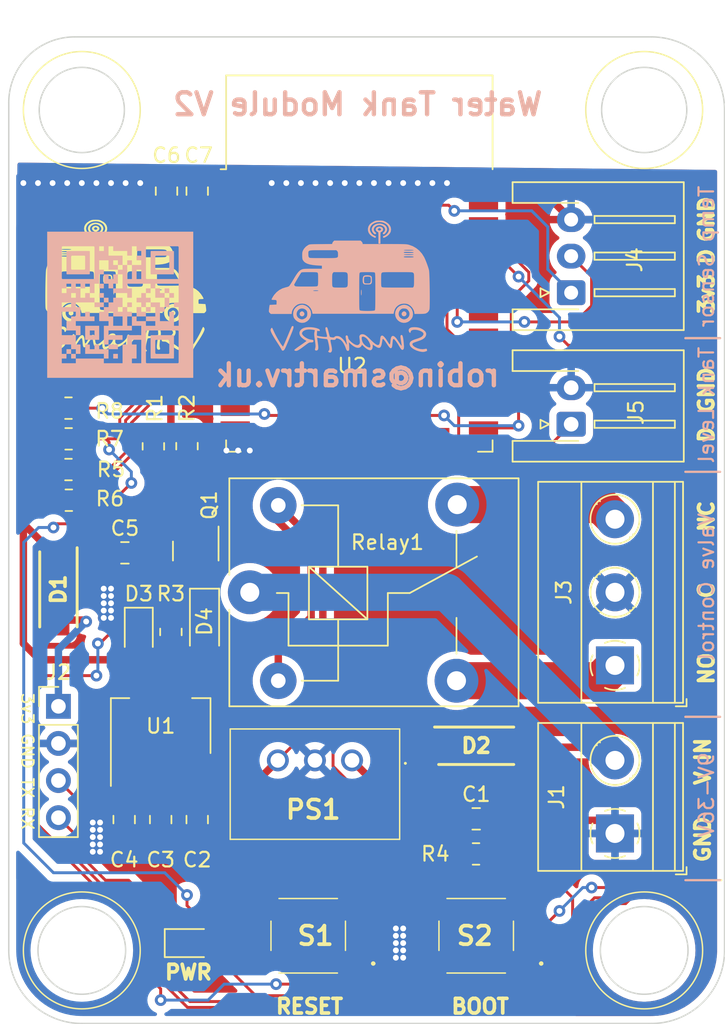
<source format=kicad_pcb>
(kicad_pcb (version 20211014) (generator pcbnew)
  (layers (0 "F.Cu" signal) (31 "B.Cu" signal) (34 "B.Paste" user) (35 "F.Paste" user) (36 "B.SilkS" user "B.Silkscreen") (37 "F.SilkS" user "F.Silkscreen") (38 "B.Mask" user) (39 "F.Mask" user) (44 "Edge.Cuts" user))
  (net 0 "")
  (net 1 "Net-(C1-Pad1)")
  (net 2 "GND")
  (net 3 "+5V")
  (net 4 "VDD33")
  (net 5 "Net-(D1-Pad2)")
  (net 6 "+12V")
  (net 7 "Net-(D3-Pad1)")
  (net 8 "Net-(D3-Pad2)")
  (net 9 "Net-(D4-Pad2)")
  (net 10 "Net-(D5-Pad2)")
  (net 11 "TX-ESP")
  (net 12 "RX-ESP")
  (net 13 "Net-(J3-Pad1)")
  (net 14 "Net-(J3-Pad3)")
  (net 15 "Temp")
  (net 16 "ADC1")
  (net 17 "Net-(Q1-Pad1)")
  (net 18 "Valve")
  (net 19 "Net-(R7-Pad2)")
  (net 20 "Net-(R8-Pad2)")
  (net 52 "Net-(C5-Pad2)")
  (footprint "SamacSys_Parts:K7805500R3" (layer "F.Cu") (at 103.5 99.5 180)
    (fp_text reference "PS1")
    (fp_text value "K7805-500R3" hide)
  )
  (footprint "Resistor_SMD:R_0805_2012Metric" (layer "F.Cu") (at 84.0875 75.4)
    (fp_text reference "R8")
    (fp_text value "10k")
  )
  (footprint "Connector_PinHeader_2.54mm:PinHeader_1x04_P2.54mm_Vertical" (layer "F.Cu") (at 83.4 95.8)
    (fp_text reference "J2")
    (fp_text value "Programming Header")
  )
  (footprint "Capacitor_SMD:C_0805_2012Metric" (layer "F.Cu") (at 87.95 85.3)
    (fp_text reference "C5")
    (fp_text value "1uF")
  )
  (footprint "TerminalBlock_Phoenix:TerminalBlock_Phoenix_MKDS-1,5-2_1x02_P5.00mm_Horizontal" (layer "F.Cu") (at 121.5 104.5 90)
    (fp_text reference "J1")
    (fp_text value "12v in")
  )
  (footprint "Capacitor_SMD:C_0805_2012Metric" (layer "F.Cu") (at 90.8 60.55 90)
    (fp_text reference "C6")
    (fp_text value "10uF")
  )
  (footprint "logos:smartrv" (layer "F.Cu") (at 88.2 67)
    (fp_text reference "G***" hide)
    (fp_text value "LOGO" hide)
  )
  (footprint "SamacSys_Parts:TS1187ABAB" (layer "F.Cu") (at 112 111.5 180)
    (fp_text reference "S2")
    (fp_text value "TS-1187A-B-A-B" hide)
  )
  (footprint "Capacitor_SMD:C_0805_2012Metric" (layer "F.Cu") (at 92.9 103.55 -90)
    (fp_text reference "C2")
    (fp_text value "22uF")
  )
  (footprint "Capacitor_SMD:C_0805_2012Metric" (layer "F.Cu") (at 112 103.5)
    (fp_text reference "C1")
    (fp_text value "10uF")
  )
  (footprint "SamacSys_Parts:TS1187ABAB" (layer "F.Cu") (at 100.5 111.5 180)
    (fp_text reference "S1")
    (fp_text value "TS-1187A-B-A-B" hide)
  )
  (footprint "Resistor_SMD:R_0805_2012Metric" (layer "F.Cu") (at 92.2 78 -90)
    (fp_text reference "R2")
    (fp_text value "470")
  )
  (footprint "Resistor_SMD:R_0805_2012Metric" (layer "F.Cu") (at 111.9875 105.9)
    (fp_text reference "R4")
    (fp_text value "2k")
  )
  (footprint "LED_SMD:LED_0805_2012Metric" (layer "F.Cu") (at 92.3625 112)
    (fp_text reference "D5" hide)
    (fp_text value "Red LED")
  )
  (footprint "Diode_SMD:D_SOD-123" (layer "F.Cu") (at 93.4 90 -90)
    (fp_text reference "D4")
    (fp_text value "1N4148W")
  )
  (footprint "Relay_THT:Relay_SPDT_SANYOU_SRD_Series_Form_C" (layer "F.Cu") (at 96.5 88)
    (fp_text reference "Relay1")
    (fp_text value "Relay")
  )
  (footprint "TerminalBlock_Phoenix:TerminalBlock_Phoenix_MKDS-1,5-3_1x03_P5.00mm_Horizontal" (layer "F.Cu") (at 121.5 93 90)
    (fp_text reference "J3")
    (fp_text value "Valve Terminal")
  )
  (footprint "Resistor_SMD:R_0805_2012Metric" (layer "F.Cu") (at 84.1125 81.7)
    (fp_text reference "R6")
    (fp_text value "4.7k")
  )
  (footprint "Resistor_SMD:R_0805_2012Metric" (layer "F.Cu") (at 91.1 90.7125 -90)
    (fp_text reference "R3")
    (fp_text value "2k")
  )
  (footprint "Resistor_SMD:R_0805_2012Metric" (layer "F.Cu") (at 84.0875 79.6)
    (fp_text reference "R5")
    (fp_text value "470")
  )
  (footprint "Capacitor_SMD:C_0805_2012Metric" (layer "F.Cu") (at 92.9 60.55 90)
    (fp_text reference "C7")
    (fp_text value "0.1uF")
  )
  (footprint "Resistor_SMD:R_0805_2012Metric" (layer "F.Cu") (at 84.1 77.5)
    (fp_text reference "R7")
    (fp_text value "10k")
  )
  (footprint "RF_Module:ESP32-WROOM-32" (layer "F.Cu") (at 104 68.5)
    (fp_text reference "U2")
    (fp_text value "ESP32-WROOM-32D")
  )
  (footprint "Capacitor_SMD:C_0805_2012Metric" (layer "F.Cu") (at 87.9 103.55 -90)
    (fp_text reference "C4")
    (fp_text value "22uF")
  )
  (footprint "SamacSys_Parts:DIOM5126X250N" (layer "F.Cu") (at 83.4 87.8 -90)
    (fp_text reference "D1")
    (fp_text value "SS14" hide)
  )
  (footprint "Resistor_SMD:R_0805_2012Metric" (layer "F.Cu") (at 89.9 78.0125 90)
    (fp_text reference "R1")
    (fp_text value "47k")
  )
  (footprint "SamacSys_Parts:DIOM5126X250N" (layer "F.Cu") (at 112 98.5)
    (fp_text reference "D2")
    (fp_text value "SS14" hide)
  )
  (footprint "Connector_JST:JST_XH_S3B-XH-A-1_1x03_P2.50mm_Horizontal" (layer "F.Cu") (at 118.5 67.5 90)
    (fp_text reference "J4")
    (fp_text value "Temp Sensor")
  )
  (footprint "LED_SMD:LED_0805_2012Metric" (layer "F.Cu") (at 88.9 90.7375 -90)
    (fp_text reference "D3")
    (fp_text value "Red LED")
  )
  (footprint "Capacitor_SMD:C_0805_2012Metric" (layer "F.Cu") (at 90.4 103.55 -90)
    (fp_text reference "C3")
    (fp_text value "22uF")
  )
  (footprint "Package_TO_SOT_SMD:SOT-23" (layer "F.Cu") (at 92.8 85.175 -90)
    (fp_text reference "Q1")
    (fp_text value "AO3400A")
  )
  (footprint "Package_TO_SOT_SMD:SOT-223-3_TabPin2" (layer "F.Cu") (at 90.4 97.15 90)
    (fp_text reference "U1")
    (fp_text value "AMS1117-3.3")
  )
  (footprint "Connector_JST:JST_XH_S2B-XH-A-1_1x02_P2.50mm_Horizontal" (layer "F.Cu") (at 118.5 76.5 90)
    (fp_text reference "J5")
    (fp_text value "Water Level Sensor")
  )
  (footprint "logos:qr water" (layer "B.Cu") (at 87.63 68.326 180)
    (fp_text reference "G***" hide)
    (fp_text value "LOGO" hide)
  )
  (footprint "logos:smartrv" (layer "B.Cu") (at 103.124 67.056 180)
    (fp_text reference "G***" hide)
    (fp_text value "LOGO" hide)
  )
  (gr_line (start 126.319 79.756) (end 128.697 79.756) (layer "B.SilkS") (width 0.15))
  (gr_line (start 126.319 107.696) (end 128.697 107.696) (layer "B.SilkS") (width 0.15))
  (gr_line (start 126.319 96.52) (end 128.697 96.52) (layer "B.SilkS") (width 0.15))
  (gr_line (start 126.319 70.612) (end 128.697 70.612) (layer "B.SilkS") (width 0.15))
  (gr_line (start 126.319 70.612) (end 128.697 70.612) (layer "F.SilkS") (width 0.15))
  (gr_circle (center 85 112.5) (end 89 112.5) (layer "F.SilkS") (width 0.1) (fill none))
  (gr_circle (center 123.5 55) (end 127.5 55) (layer "F.SilkS") (width 0.1) (fill none))
  (gr_line (start 126.319 96.52) (end 128.697 96.52) (layer "F.SilkS") (width 0.15))
  (gr_circle (center 85 55) (end 89 55) (layer "F.SilkS") (width 0.1) (fill none))
  (gr_line (start 126.319 79.756) (end 128.697 79.756) (layer "F.SilkS") (width 0.15))
  (gr_line (start 126.4 107.696) (end 128.778 107.696) (layer "F.SilkS") (width 0.15))
  (gr_circle (center 123.5 112.5) (end 127.5 112.5) (layer "F.SilkS") (width 0.1) (fill none))
  (gr_circle (center 123.5 55) (end 126 56.5) (layer "Edge.Cuts") (width 0.1) (fill none))
  (gr_line (start 80 112.5) (end 80 54.5) (layer "Edge.Cuts") (width 0.1))
  (gr_arc (start 124 50) (mid 127.535534 51.464466) (end 129 55) (layer "Edge.Cuts") (width 0.1))
  (gr_arc (start 129 112.5) (mid 127.535534 116.035534) (end 124 117.5) (layer "Edge.Cuts") (width 0.1))
  (gr_line (start 84.5 50) (end 124 50) (layer "Edge.Cuts") (width 0.1))
  (gr_circle (center 85 55) (end 87.5 56.5) (layer "Edge.Cuts") (width 0.1) (fill none))
  (gr_arc (start 85 117.5) (mid 81.464466 116.035534) (end 80 112.5) (layer "Edge.Cuts") (width 0.1))
  (gr_circle (center 85 112.5) (end 88 112.5) (layer "Edge.Cuts") (width 0.1) (fill none))
  (gr_line (start 129 55) (end 129 112.5) (layer "Edge.Cuts") (width 0.1))
  (gr_line (start 124 117.5) (end 85 117.5) (layer "Edge.Cuts") (width 0.1))
  (gr_circle (center 123.5 112.5) (end 126.5 112.5) (layer "Edge.Cuts") (width 0.1) (fill none))
  (gr_arc (start 80 54.5) (mid 81.318019 51.318019) (end 84.5 50) (layer "Edge.Cuts") (width 0.1))
  (gr_text "Tank Level" (at 127.762 75.184 90) (layer "B.SilkS") (effects (font (size 1 1)) (justify mirror)))
  (gr_text "9V-36V" (at 127.762 101.854 90) (layer "B.SilkS") (effects (font (size 1 1)) (justify mirror)))
  (gr_text "Valve Control\n" (at 127.762 87.63 90) (layer "B.SilkS") (effects (font (size 1 1)) (justify mirror)))
  (gr_text "Water Tank Module V2" (at 103.886 54.61) (layer "B.SilkS") (effects (font (size 1.5 1.5) (thickness 0.3)) (justify mirror)))
  (gr_text "Temp Sensor" (at 127.762 65.024 90) (layer "B.SilkS") (effects (font (size 1 1)) (justify mirror)))
  (gr_text "robin@smartrv.uk" (at 103.886 73.152) (layer "B.SilkS") (effects (font (size 1.5 1.5) (thickness 0.3)) (justify mirror)))
  (gr_text "GND\n" (at 127.762 74.168 90) (layer "F.SilkS") (effects (font (size 1 1) (thickness 0.25))))
  (gr_text "D" (at 127.762 77.216 90) (layer "F.SilkS") (effects (font (size 1 1) (thickness 0.25))))
  (gr_text "RESET" (at 100.584 116.332) (layer "F.SilkS") (effects (font (size 1 1) (thickness 0.25))))
  (gr_text "V IN" (at 127.508 99.568 90) (layer "F.SilkS") (effects (font (size 1 1) (thickness 0.25))))
  (gr_text "3v3 GND TX RX" (at 81.28 99.568 270) (layer "F.SilkS") (effects (font (size 0.8 0.8) (thickness 0.125))))
  (gr_text "NO\n" (at 127.762 93.218 90) (layer "F.SilkS") (effects (font (size 1 1) (thickness 0.25))))
  (gr_text "D" (at 127.762 65.024 90) (layer "F.SilkS") (effects (font (size 1 1) (thickness 0.25))))
  (gr_text "PWR" (at 92.3 114) (layer "F.SilkS") (effects (font (size 1 1) (thickness 0.25))))
  (gr_text "C" (at 127.762 87.884 90) (layer "F.SilkS") (effects (font (size 1 1) (thickness 0.25))))
  (gr_text "GND\n" (at 127.762 62.484 90) (layer "F.SilkS") (effects (font (size 1 1) (thickness 0.25))))
  (gr_text "3v3\n" (at 127.762 67.564 90) (layer "F.SilkS") (effects (font (size 1 1) (thickness 0.25))))
  (gr_text "GND" (at 127.508 104.902 90) (layer "F.SilkS") (effects (font (size 1 1) (thickness 0.25))))
  (gr_text "BOOT" (at 112.268 116.332) (layer "F.SilkS") (effects (font (size 1 1) (thickness 0.25))))
  (gr_text "NC\n" (at 127.762 82.804 90) (layer "F.SilkS") (effects (font (size 1 1) (thickness 0.25))))
  (segment (start 111.05 103.5) (end 107.5 103.5) (width 0.508) (layer "F.Cu") (net 1))
  (segment (start 110.5 102.95) (end 111.05 103.5) (width 0.508) (layer "F.Cu") (net 1))
  (segment (start 109.9 98.5) (end 110.5 99.1) (width 0.508) (layer "F.Cu") (net 1))
  (segment (start 107.5 103.5) (end 103.5 99.5) (width 0.508) (layer "F.Cu") (net 1))
  (segment (start 110.5 99.1) (end 110.5 102.95) (width 0.508) (layer "F.Cu") (net 1))
  (segment (start 106.5 113) (end 107 113) (width 0.508) (layer "F.Cu") (net 2))
  (segment (start 103 60) (end 104 60) (width 0.2) (layer "F.Cu") (net 2))
  (segment (start 91.5375 84.2375) (end 89.9 82.6) (width 0.508) (layer "F.Cu") (net 2))
  (segment (start 86.5 87.75) (end 86.5 89.75) (width 0.508) (layer "F.Cu") (net 2))
  (segment (start 97.045 77.755) (end 98.285 77.755) (width 0.2) (layer "F.Cu") (net 2))
  (segment (start 85.75 103.75) (end 86.25 103.75) (width 0.508) (layer "F.Cu") (net 2))
  (segment (start 94.855 59.6) (end 95.5 60.245) (width 0.508) (layer "F.Cu") (net 2))
  (segment (start 83.4 98.34) (end 85.86 98.34) (width 0.508) (layer "F.Cu") (net 2))
  (segment (start 91.425 112) (end 91.4 111.975) (width 0.2) (layer "F.Cu") (net 2))
  (segment (start 120.6 103.6) (end 121.5 104.5) (width 0.508) (layer "F.Cu") (net 2))
  (segment (start 106.5 111) (end 106.5 113) (width 0.508) (layer "F.Cu") (net 2))
  (segment (start 94.9 78.3) (end 96.5 78.3) (width 0.2) (layer "F.Cu") (net 2))
  (segment (start 91.4 111.975) (end 91.4 106) (width 0.2) (layer "F.Cu") (net 2))
  (segment (start 86.5 89.75) (end 87 89.75) (width 0.508) (layer "F.Cu") (net 2))
  (segment (start 95.96 104.5) (end 100.96 99.5) (width 0.508) (layer "F.Cu") (net 2))
  (segment (start 89.9 82.3) (end 89.9 78.925) (width 0.508) (layer "F.Cu") (net 2))
  (segment (start 87.9 104.5) (end 86 104.5) (width 0.508) (layer "F.Cu") (net 2))
  (segment (start 85.75 104.75) (end 86.25 104.75) (width 0.508) (layer "F.Cu") (net 2))
  (segment (start 85.86 98.34) (end 86.14 98.34) (width 0.508) (layer "F.Cu") (net 2))
  (segment (start 118.5 62.5) (end 116.245 60.245) (width 0.508) (layer "F.Cu") (net 2))
  (segment (start 116.245 60.245) (end 112.5 60.245) (width 0.508) (layer "F.Cu") (net 2))
  (segment (start 91.85 84.2375) (end 91.5375 84.2375) (width 0.508) (layer "F.Cu") (net 2))
  (segment (start 89 60) (end 90.4 60) (width 0.508) (layer "F.Cu") (net 2))
  (segment (start 89.9 82.6) (end 89.9 82.3) (width 0.508) (layer "F.Cu") (net 2))
  (segment (start 112.255 60) (end 112.5 60.245) (width 0.508) (layer "F.Cu") (net 2))
  (segment (start 87 87.75) (end 87 89.75) (width 0.508) (layer "F.Cu") (net 2))
  (segment (start 106.5 111) (end 107 111) (width 0.508) (layer "F.Cu") (net 2))
  (segment (start 85.75 105.75) (end 86.25 105.75) (width 0.508) (layer "F.Cu") (net 2))
  (segment (start 109 113.375) (end 107.375 113.375) (width 0.508) (layer "F.Cu") (net 2))
  (segment (start 86.5 89.25) (end 87 89.25) (width 0.508) (layer "F.Cu") (net 2))
  (segment (start 107 111) (end 107 113) (width 0.508) (layer "F.Cu") (net 2))
  (segment (start 107.375 113.375) (end 107 113) (width 0.508) (layer "F.Cu") (net 2))
  (segment (start 106.5 111.5) (end 107 111.5) (width 0.508) (layer "F.Cu") (net 2))
  (segment (start 106.5 112.5) (end 107 112.5) (width 0.508) (layer "F.Cu") (net 2))
  (segment (start 92.9 104.5) (end 95.96 104.5) (width 0.508) (layer "F.Cu") (net 2))
  (segment (start 87 83.7) (end 87 85.3) (width 0.508) (layer "F.Cu") (net 2))
  (segment (start 86.14 98.34) (end 88.1 100.3) (width 0.508) (layer "F.Cu") (net 2))
  (segment (start 97.755 60.245) (end 98 60) (width 0.508) (layer "F.Cu") (net 2))
  (segment (start 86.5 88.25) (end 87 88.25) (width 0.508) (layer "F.Cu") (net 2))
  (segment (start 89.9 82.3) (end 88.4 82.3) (width 0.508) (layer "F.Cu") (net 2))
  (segment (start 86 104.5) (end 85.75 104.25) (width 0.508) (layer "F.Cu") (net 2))
  (segment (start 90.4 60) (end 90.8 59.6) (width 0.508) (layer "F.Cu") (net 2))
  (segment (start 86.5 87.75) (end 87 87.75) (width 0.508) (layer "F.Cu") (net 2))
  (segment (start 113.05 103.6) (end 120.6 103.6) (width 0.508) (layer "F.Cu") (net 2))
  (segment (start 85.75 103.75) (end 85.75 105.75) (width 0.508) (layer "F.Cu") (net 2))
  (segment (start 87 85.3) (end 87 88.75) (width 0.508) (layer "F.Cu") (net 2))
  (segment (start 85.75 105.25) (end 86.25 105.25) (width 0.508) (layer "F.Cu") (net 2))
  (segment (start 88.4 82.3) (end 87 83.7) (width 0.508) (layer "F.Cu") (net 2))
  (segment (start 92.9 104.5) (end 87.9 104.5) (width 0.508) (layer "F.Cu") (net 2))
  (segment (start 90.8 59.6) (end 94.855 59.6) (width 0.508) (layer "F.Cu") (net 2))
  (segment (start 106.5 112) (end 107 112) (width 0.508) (layer "F.Cu") (net 2))
  (segment (start 91.4 106) (end 92.9 104.5) (width 0.2) (layer "F.Cu") (net 2))
  (segment (start 110 60) (end 112.255 60) (width 0.508) (layer "F.Cu") (net 2))
  (segment (start 95.5 60.245) (end 97.755 60.245) (width 0.508) (layer "F.Cu") (net 2))
  (segment (start 85.75 104.25) (end 86.25 104.25) (width 0.508) (layer "F.Cu") (net 2))
  (segment (start 98 60) (end 110 60) (width 0.508) (layer "F.Cu") (net 2))
  (segment (start 81 60) (end 89 60) (width 0.508) (layer "F.Cu") (net 2))
  (segment (start 112.95 103.5) (end 113.05 103.6) (width 0.508) (layer "F.Cu") (net 2))
  (segment (start 96.5 78.3) (end 97.045 77.755) (width 0.2) (layer "F.Cu") (net 2))
  (segment (start 86.5 88.75) (end 87 88.75) (width 0.508) (layer "F.Cu") (net 2))
  (segment (start 86.25 103.75) (end 86.25 105.75) (width 0.508) (layer "F.Cu") (net 2))
  (via (at 98 60) (size 0.8) (drill 0.4) (layers "F.Cu" "B.Cu") (net 2))
  (via (at 107 111.5) (size 0.8) (drill 0.4) (layers "F.Cu" "B.Cu") (net 2))
  (via (at 86.25 104.75) (size 0.8) (drill 0.4) (layers "F.Cu" "B.Cu") (net 2))
  (via (at 86.25 105.75) (size 0.8) (drill 0.4) (layers "F.Cu" "B.Cu") (net 2))
  (via (at 100 60) (size 0.8) (drill 0.4) (layers "F.Cu" "B.Cu") (net 2))
  (via (at 99 60) (size 0.8) (drill 0.4) (layers "F.Cu" "B.Cu") (net 2))
  (via (at 110 60) (size 0.8) (drill 0.4) (layers "F.Cu" "B.Cu") (net 2))
  (via (at 86.5 88.75) (size 0.8) (drill 0.4) (layers "F.Cu" "B.Cu") (net 2))
  (via (at 106.5 112.5) (size 0.8) (drill 0.4) (layers "F.Cu" "B.Cu") (net 2))
  (via (at 106 60) (size 0.8) (drill 0.4) (layers "F.Cu" "B.Cu") (net 2))
  (via (at 84 60) (size 0.8) (drill 0.4) (layers "F.Cu" "B.Cu") (net 2))
  (via (at 87 89.25) (size 0.8) (drill 0.4) (layers "F.Cu" "B.Cu") (net 2))
  (via (at 86.25 105.25) (size 0.8) (drill 0.4) (layers "F.Cu" "B.Cu") (net 2))
  (via (at 87 89.75) (size 0.8) (drill 0.4) (layers "F.Cu" "B.Cu") (net 2))
  (via (at 86.5 87.75) (size 0.8) (drill 0.4) (layers "F.Cu" "B.Cu") (net 2))
  (via (at 86 60) (size 0.8) (drill 0.4) (layers "F.Cu" "B.Cu") (net 2))
  (via (at 104 60) (size 0.8) (drill 0.4) (layers "F.Cu" "B.Cu") (net 2))
  (via (at 89 60) (size 0.8) (drill 0.4) (layers "F.Cu" "B.Cu") (net 2))
  (via (at 87 88.25) (size 0.8) (drill 0.4) (layers "F.Cu" "B.Cu") (net 2))
  (via (at 96.5 78.3) (size 0.8) (drill 0.4) (layers "F.Cu" "B.Cu") (net 2))
  (via (at 103 60) (size 0.8) (drill 0.4) (layers "F.Cu" "B.Cu") (net 2))
  (via (at 86.25 104.25) (size 0.8) (drill 0.4) (layers "F.Cu" "B.Cu") (net 2))
  (via (at 106.5 113) (size 0.8) (drill 0.4) (layers "F.Cu" "B.Cu") (net 2))
  (via (at 108 60) (size 0.8) (drill 0.4) (layers "F.Cu" "B.Cu") (net 2))
  (via (at 85.75 103.75) (size 0.8) (drill 0.4) (layers "F.Cu" "B.Cu") (net 2))
  (via (at 94.9 78.3) (size 0.8) (drill 0.4) (layers "F.Cu" "B.Cu") (net 2))
  (via (at 105 60) (size 0.8) (drill 0.4) (layers "F.Cu" "B.Cu") (net 2))
  (via (at 85.75 104.25) (size 0.8) (drill 0.4) (layers "F.Cu" "B.Cu") (net 2))
  (via (at 86.5 88.25) (size 0.8) (drill 0.4) (layers "F.Cu" "B.Cu") (net 2))
  (via (at 82 60) (size 0.8) (drill 0.4) (layers "F.Cu" "B.Cu") (net 2))
  (via (at 87 88.75) (size 0.8) (drill 0.4) (layers "F.Cu" "B.Cu") (net 2))
  (via (at 85.75 105.75) (size 0.8) (drill 0.4) (layers "F.Cu" "B.Cu") (net 2))
  (via (at 107 112.5) (size 0.8) (drill 0.4) (layers "F.Cu" "B.Cu") (net 2))
  (via (at 87 60) (size 0.8) (drill 0.4) (layers "F.Cu" "B.Cu") (net 2))
  (via (at 88 60) (size 0.8) (drill 0.4) (layers "F.Cu" "B.Cu") (net 2))
  (via (at 106.5 112) (size 0.8) (drill 0.4) (layers "F.Cu" "B.Cu") (net 2))
  (via (at 106.5 111.5) (size 0.8) (drill 0.4) (layers "F.Cu" "B.Cu") (net 2))
  (via (at 85 60) (size 0.8) (drill 0.4) (layers "F.Cu" "B.Cu") (net 2))
  (via (at 86.5 89.25) (size 0.8) (drill 0.4) (layers "F.Cu" "B.Cu") (net 2))
  (via (at 85.75 105.25) (size 0.8) (drill 0.4) (layers "F.Cu" "B.Cu") (net 2))
  (via (at 109 60) (size 0.8) (drill 0.4) (layers "F.Cu" "B.Cu") (net 2))
  (via (at 86.25 103.75) (size 0.8) (drill 0.4) (layers "F.Cu" "B.Cu") (net 2))
  (via (at 87 87.75) (size 0.8) (drill 0.4) (layers "F.Cu" "B.Cu") (net 2))
  (via (at 106.5 111) (size 0.8) (drill 0.4) (layers "F.Cu" "B.Cu") (net 2))
  (via (at 101 60) (size 0.8) (drill 0.4) (layers "F.Cu" "B.Cu") (net 2))
  (via (at 107 113) (size 0.8) (drill 0.4) (layers "F.Cu" "B.Cu") (net 2))
  (via (at 81 60) (size 0.8) (drill 0.4) (layers "F.Cu" "B.Cu") (net 2))
  (via (at 95.7 78.3) (size 0.8) (drill 0.4) (layers "F.Cu" "B.Cu") (net 2))
  (via (at 102 60) (size 0.8) (drill 0.4) (layers "F.Cu" "B.Cu") (net 2))
  (via (at 86.5 89.75) (size 0.8) (drill 0.4) (layers "F.Cu" "B.Cu") (net 2))
  (via (at 107 112) (size 0.8) (drill 0.4) (layers "F.Cu" "B.Cu") (net 2))
  (via (at 107 111) (size 0.8) (drill 0.4) (layers "F.Cu" "B.Cu") (net 2))
  (via (at 83 60) (size 0.8) (drill 0.4) (layers "F.Cu" "B.Cu") (net 2))
  (via (at 85.75 104.75) (size 0.8) (drill 0.4) (layers "F.Cu" "B.Cu") (net 2))
  (via (at 107 60) (size 0.8) (drill 0.4) (layers "F.Cu" "B.Cu") (net 2))
  (segment (start 92.7 100.55) (end 92.7 100.3) (width 0.508) (layer "F.Cu") (net 3))
  (segment (start 101.2 97.8) (end 100.12 97.8) (width 0.2) (layer "F.Cu") (net 3))
  (segment (start 108.2 105.9) (end 102.2 99.9) (width 0.2) (layer "F.Cu") (net 3))
  (segment (start 101.5 85.1) (end 98.45 82.05) (width 0.508) (layer "F.Cu") (net 3))
  (segment (start 98.42 99.5) (end 95.32 102.6) (width 0.508) (layer "F.Cu") (net 3))
  (segment (start 90.4 102.6) (end 90.65 102.6) (width 0.508) (layer "F.Cu") (net 3))
  (segment (start 93.4 88.35) (end 93.4 88.9) (width 0.508) (layer "F.Cu") (net 3))
  (segment (start 100.7 85.4) (end 98.45 83.15) (width 0.508) (layer "F.Cu") (net 3))
  (segment (start 100.12 97.8) (end 98.42 99.5) (width 0.2) (layer "F.Cu") (net 3))
  (segment (start 102.2 98.8) (end 101.2 97.8) (width 0.2) (layer "F.Cu") (net 3))
  (segment (start 95.4 90.9) (end 99.5 90.9) (width 0.508) (layer "F.Cu") (net 3))
  (segment (start 93.4 88.9) (end 95.4 90.9) (width 0.508) (layer "F.Cu") (net 3))
  (segment (start 93.2 102.6) (end 101.5 94.3) (width 0.508) (layer "F.Cu") (net 3))
  (segment (start 98.45 83.15) (end 98.45 82.05) (width 0.508) (layer "F.Cu") (net 3))
  (segment (start 92.9 102.6) (end 90.4 102.6) (width 0.508) (layer "F.Cu") (net 3))
  (segment (start 102.2 99.9) (end 102.2 98.8) (width 0.2) (layer "F.Cu") (net 3))
  (segment (start 95.32 102.6) (end 92.9 102.6) (width 0.508) (layer "F.Cu") (net 3))
  (segment (start 100.7 89.7) (end 100.7 85.4) (width 0.508) (layer "F.Cu") (net 3))
  (segment (start 111.075 105.9) (end 108.2 105.9) (width 0.2) (layer "F.Cu") (net 3))
  (segment (start 99.5 90.9) (end 100.7 89.7) (width 0.508) (layer "F.Cu") (net 3))
  (segment (start 92.9 102.6) (end 93.2 102.6) (width 0.508) (layer "F.Cu") (net 3))
  (segment (start 90.65 102.6) (end 92.7 100.55) (width 0.508) (layer "F.Cu") (net 3))
  (segment (start 101.5 94.3) (end 101.5 85.1) (width 0.508) (layer "F.Cu") (net 3))
  (segment (start 81 62.5) (end 81 75.3) (width 0.508) (layer "F.Cu") (net 4))
  (segment (start 81 75.3) (end 81 77.5) (width 0.508) (layer "F.Cu") (net 4))
  (segment (start 110.5 61.9) (end 110.115 61.515) (width 0.2) (layer "F.Cu") (net 4))
  (segment (start 83.4 85.7) (end 81 83.3) (width 0.508) (layer "F.Cu") (net 4))
  (segment (start 90.4 100.657022) (end 90.4 100.3) (width 0.508) (layer "F.Cu") (net 4))
  (segment (start 87.9 102.6) (end 88.457022 102.6) (width 0.508) (layer "F.Cu") (net 4))
  (segment (start 90.8 61.5) (end 82 61.5) (width 0.508) (layer "F.Cu") (net 4))
  (segment (start 81 81.6) (end 81 82.3) (width 0.508) (layer "F.Cu") (net 4))
  (segment (start 81 82.9) (end 81 91.5) (width 0.508) (layer "F.Cu") (net 4))
  (segment (start 82.975 79.8) (end 83.175 79.6) (width 0.508) (layer "F.Cu") (net 4))
  (segment (start 83.175 75.4) (end 81.1 75.4) (width 0.508) (layer "F.Cu") (net 4))
  (segment (start 81 79.8) (end 81 81.6) (width 0.508) (layer "F.Cu") (net 4))
  (segment (start 90.8 61.5) (end 95.485 61.5) (width 0.508) (layer "F.Cu") (net 4))
  (segment (start 81.1 75.4) (end 81 75.3) (width 0.508) (layer "F.Cu") (net 4))
  (segment (start 88.457022 102.6) (end 90.4 100.657022) (width 0.508) (layer "F.Cu") (net 4))
  (segment (start 81 77.5) (end 81 79.8) (width 0.508) (layer "F.Cu") (net 4))
  (segment (start 83.1875 77.5) (end 81 77.5) (width 0.508) (layer "F.Cu") (net 4))
  (segment (start 81 82.3) (end 81 82.9) (width 0.508) (layer "F.Cu") (net 4))
  (segment (start 110.115 61.515) (end 95.5 61.515) (width 0.2) (layer "F.Cu") (net 4))
  (segment (start 81 91.5) (end 82.11602 92.61602) (width 0.508) (layer "F.Cu") (net 4))
  (segment (start 95.485 61.5) (end 95.5 61.515) (width 0.508) (layer "F.Cu") (net 4))
  (segment (start 82.11602 92.61602) (end 89.01602 92.61602) (width 0.508) (layer "F.Cu") (net 4))
  (segment (start 83.1 81.6) (end 83.2 81.7) (width 0.508) (layer "F.Cu") (net 4))
  (segment (start 81 79.8) (end 82.975 79.8) (width 0.508) (layer "F.Cu") (net 4))
  (segment (start 81 83.3) (end 81 82.9) (width 0.508) (layer "F.Cu") (net 4))
  (segment (start 82 61.5) (end 81 62.5) (width 0.508) (layer "F.Cu") (net 4))
  (segment (start 89.01602 92.61602) (end 90.4 94) (width 0.508) (layer "F.Cu") (net 4))
  (segment (start 81 81.6) (end 83.1 81.6) (width 0.508) (layer "F.Cu") (net 4))
  (via (at 110.5 61.9) (size 0.8) (drill 0.4) (layers "F.Cu" "B.Cu") (net 4))
  (segment (start 116.9 65.9) (end 116.9 63) (width 0.2) (layer "B.Cu") (net 4))
  (segment (start 115.8 61.9) (end 110.5 61.9) (width 0.2) (layer "B.Cu") (net 4))
  (segment (start 116.9 63) (end 115.8 61.9) (width 0.2) (layer "B.Cu") (net 4))
  (segment (start 118.5 67.5) (end 116.9 65.9) (width 0.2) (layer "B.Cu") (net 4))
  (segment (start 85.3 90) (end 85.2 89.9) (width 0.508) (layer "F.Cu") (net 5))
  (segment (start 85.2 89.9) (end 83.4 89.9) (width 0.508) (layer "F.Cu") (net 5))
  (via (at 85.3 90) (size 0.8) (drill 0.4) (layers "F.Cu" "B.Cu") (net 5))
  (segment (start 83.4 91.9) (end 85.3 90) (width 0.508) (layer "B.Cu") (net 5))
  (segment (start 83.4 95.8) (end 83.4 91.9) (width 0.508) (layer "B.Cu") (net 5))
  (segment (start 120.6 98.6) (end 114.2 98.6) (width 0.508) (layer "F.Cu") (net 6))
  (segment (start 114.2 98.6) (end 114.1 98.5) (width 0.508) (layer "F.Cu") (net 6))
  (segment (start 121.5 99.5) (end 120.6 98.6) (width 0.508) (layer "F.Cu") (net 6))
  (segment (start 121.5 99.5) (end 110 88) (width 2.54) (layer "B.Cu") (net 6))
  (segment (start 110 88) (end 96.5 88) (width 2.54) (layer "B.Cu") (net 6))
  (segment (start 92.5875 86.1125) (end 92.8 86.1125) (width 0.508) (layer "F.Cu") (net 7))
  (segment (start 88.9 89.8) (end 92.5875 86.1125) (width 0.508) (layer "F.Cu") (net 7))
  (segment (start 91.1 91.625) (end 88.95 91.625) (width 0.508) (layer "F.Cu") (net 8))
  (segment (start 88.95 91.625) (end 88.9 91.675) (width 0.508) (layer "F.Cu") (net 8))
  (segment (start 98.05 91.65) (end 98.45 92.05) (width 0.508) (layer "F.Cu") (net 9))
  (segment (start 93.4 91.65) (end 92.95 91.65) (width 0.508) (layer "F.Cu") (net 9))
  (segment (start 92.95 91.65) (end 91.1 89.8) (width 0.508) (layer "F.Cu") (net 9))
  (segment (start 98.45 92.05) (end 98.45 94.05) (width 0.508) (layer "F.Cu") (net 9))
  (segment (start 93.4 91.65) (end 98.05 91.65) (width 0.508) (layer "F.Cu") (net 9))
  (segment (start 112.9 106.3) (end 112.9 105.9) (width 0.2) (layer "F.Cu") (net 10))
  (segment (start 118.6 108.9) (end 117.4 107.7) (width 0.2) (layer "F.Cu") (net 10))
  (segment (start 93.3 112) (end 96.9 115.6) (width 0.2) (layer "F.Cu") (net 10))
  (segment (start 118.6 114.9) (end 118.6 108.9) (width 0.2) (layer "F.Cu") (net 10))
  (segment (start 96.9 115.6) (end 117.9 115.6) (width 0.2) (layer "F.Cu") (net 10))
  (segment (start 117.4 107.7) (end 114.3 107.7) (width 0.2) (layer "F.Cu") (net 10))
  (segment (start 114.3 107.7) (end 112.9 106.3) (width 0.2) (layer "F.Cu") (net 10))
  (segment (start 117.9 115.6) (end 118.6 114.9) (width 0.2) (layer "F.Cu") (net 10))
  (segment (start 115.599511 66.099511) (end 113.555 64.055) (width 0.2) (layer "F.Cu") (net 11))
  (segment (start 122.965486 71.50048) (end 115.60048 71.50048) (width 0.2) (layer "F.Cu") (net 11))
  (segment (start 88.2 107.7) (end 90.1 109.6) (width 0.2) (layer "F.Cu") (net 11))
  (segment (start 118.99952 115.10048) (end 118.99952 110.00048) (width 0.2) (layer "F.Cu") (net 11))
  (segment (start 114.4 67.889259) (end 115.599511 66.689748) (width 0.2) (layer "F.Cu") (net 11))
  (segment (start 115.599511 66.689748) (end 115.599511 66.099511) (width 0.2) (layer "F.Cu") (net 11))
  (segment (start 122.065006 108.9) (end 124.999519 105.965487) (width 0.2) (layer "F.Cu") (net 11))
  (segment (start 113.555 64.055) (end 112.5 64.055) (width 0.2) (layer "F.Cu") (net 11))
  (segment (start 124.999519 105.965487) (end 124.999519 73.534513) (width 0.2) (layer "F.Cu") (net 11))
  (segment (start 86.618 107.7) (end 88.2 107.7) (width 0.2) (layer "F.Cu") (net 11))
  (segment (start 115.60048 71.50048) (end 114.4 70.3) (width 0.2) (layer "F.Cu") (net 11))
  (segment (start 124.999519 73.534513) (end 122.965486 71.50048) (width 0.2) (layer "F.Cu") (net 11))
  (segment (start 90.1 109.6) (end 90.1 113.7) (width 0.2) (layer "F.Cu") (net 11))
  (segment (start 84.8 102.28) (end 84.8 105.882) (width 0.2) (layer "F.Cu") (net 11))
  (segment (start 90.1 113.7) (end 92.39952 115.99952) (width 0.2) (layer "F.Cu") (net 11))
  (segment (start 83.4 100.88) (end 84.8 102.28) (width 0.2) (layer "F.Cu") (net 11))
  (segment (start 84.8 105.882) (end 86.618 107.7) (width 0.2) (layer "F.Cu") (net 11))
  (segment (start 92.39952 115.99952) (end 118.10048 115.99952) (width 0.2) (layer "F.Cu") (net 11))
  (segment (start 118.99952 110.00048) (end 120.1 108.9) (width 0.2) (layer "F.Cu") (net 11))
  (segment (start 120.1 108.9) (end 122.065006 108.9) (width 0.2) (layer "F.Cu") (net 11))
  (segment (start 118.10048 115.99952) (end 118.99952 115.10048) (width 0.2) (layer "F.Cu") (net 11))
  (segment (start 114.4 70.3) (end 114.4 67.889259) (width 0.2) (layer "F.Cu") (net 11))
  (segment (start 119.399039 110.165967) (end 120.265486 109.29952) (width 0.2) (layer "F.Cu") (net 12))
  (segment (start 114.9 66.4) (end 113.825 65.325) (width 0.2) (layer "F.Cu") (net 12))
  (segment (start 84.40048 104.42048) (end 84.400481 106.047487) (width 0.2) (layer "F.Cu") (net 12))
  (segment (start 89.700481 113.865487) (end 92.234994 116.4) (width 0.2) (layer "F.Cu") (net 12))
  (segment (start 89.70048 109.765486) (end 89.700481 113.865487) (width 0.2) (layer "F.Cu") (net 12))
  (segment (start 83.4 103.42) (end 84.40048 104.42048) (width 0.2) (layer "F.Cu") (net 12))
  (segment (start 125.399039 106.130973) (end 125.399038 73.369026) (width 0.2) (layer "F.Cu") (net 12))
  (segment (start 84.400481 106.047487) (end 86.452513 108.099519) (width 0.2) (layer "F.Cu") (net 12))
  (segment (start 92.234994 116.4) (end 118.265006 116.4) (width 0.2) (layer "F.Cu") (net 12))
  (segment (start 120.265486 109.29952) (end 122.230493 109.299519) (width 0.2) (layer "F.Cu") (net 12))
  (segment (start 122.230493 109.299519) (end 125.399039 106.130973) (width 0.2) (layer "F.Cu") (net 12))
  (segment (start 113.825 65.325) (end 112.5 65.325) (width 0.2) (layer "F.Cu") (net 12))
  (segment (start 125.399038 73.369026) (end 123.130972 71.10096) (width 0.2) (layer "F.Cu") (net 12))
  (segment (start 119.399039 115.265967) (end 119.399039 110.165967) (width 0.2) (layer "F.Cu") (net 12))
  (segment (start 86.452513 108.099519) (end 88.034514 108.09952) (width 0.2) (layer "F.Cu") (net 12))
  (segment (start 118.265006 116.4) (end 119.399039 115.265967) (width 0.2) (layer "F.Cu") (net 12))
  (segment (start 88.034514 108.09952) (end 89.70048 109.765486) (width 0.2) (layer "F.Cu") (net 12))
  (segment (start 123.130972 71.10096) (end 118.30096 71.10096) (width 0.2) (layer "F.Cu") (net 12))
  (segment (start 118.30096 71.10096) (end 117.7 70.5) (width 0.2) (layer "F.Cu") (net 12))
  (via (at 117.7 70.5) (size 0.8) (drill 0.4) (layers "F.Cu" "B.Cu") (net 12))
  (via (at 114.9 66.4) (size 0.8) (drill 0.4) (layers "F.Cu" "B.Cu") (net 12))
  (segment (start 117.7 70.5) (end 117.7 69.2) (width 0.2) (layer "B.Cu") (net 12))
  (segment (start 117.7 69.2) (end 114.9 66.4) (width 0.2) (layer "B.Cu") (net 12))
  (segment (start 110.65 94.05) (end 120.45 94.05) (width 2.54) (layer "F.Cu") (net 13))
  (segment (start 120.45 94.05) (end 121.5 93) (width 2.54) (layer "F.Cu") (net 13))
  (segment (start 120.5 82) (end 121.5 83) (width 2.54) (layer "F.Cu") (net 14))
  (segment (start 110.7 82) (end 120.5 82) (width 2.54) (layer "F.Cu") (net 14))
  (segment (start 98.08548 61.91452) (end 97.1 62.9) (width 0.2) (layer "F.Cu") (net 15))
  (segment (start 119.9 66.4) (end 119.9 68.4) (width 0.2) (layer "F.Cu") (net 15))
  (segment (start 90.146961 73.323216) (end 93.5 69.970176) (width 0.2) (layer "F.Cu") (net 15))
  (segment (start 86.834994 79.6) (end 88 78.434994) (width 0.2) (layer "F.Cu") (net 15))
  (segment (start 110.7 63.5) (end 109.11452 61.91452) (width 0.2) (layer "F.Cu") (net 15))
  (segment (start 96.705 66.595) (end 95.5 66.595) (width 0.2) (layer "F.Cu") (net 15))
  (segment (start 93.5 69.970176) (end 93.5 67.815978) (width 0.2) (layer "F.Cu") (net 15))
  (segment (start 97.1 66.2) (end 96.705 66.595) (width 0.2) (layer "F.Cu") (net 15))
  (segment (start 88 78.434994) (end 88.000001 76.234993) (width 0.2) (layer "F.Cu") (net 15))
  (segment (start 85 79.6) (end 86.834994 79.6) (width 0.2) (layer "F.Cu") (net 15))
  (segment (start 97.1 62.9) (end 97.1 66.2) (width 0.2) (layer "F.Cu") (net 15))
  (segment (start 118.8 69.5) (end 115.3 69.5) (width 0.2) (layer "F.Cu") (net 15))
  (segment (start 119.9 68.4) (end 118.8 69.5) (width 0.2) (layer "F.Cu") (net 15))
  (segment (start 109.11452 61.91452) (end 98.08548 61.91452) (width 0.2) (layer "F.Cu") (net 15))
  (segment (start 90.14696 74.088034) (end 90.146961 73.323216) (width 0.2) (layer "F.Cu") (net 15))
  (segment (start 118.5 65) (end 119.9 66.4) (width 0.2) (layer "F.Cu") (net 15))
  (segment (start 88.000001 76.234993) (end 90.14696 74.088034) (width 0.2) (layer "F.Cu") (net 15))
  (segment (start 94.720978 66.595) (end 95.5 66.595) (width 0.2) (layer "F.Cu") (net 15))
  (segment (start 110.7 69.5) (end 110.7 63.5) (width 0.2) (layer "F.Cu") (net 15))
  (segment (start 93.5 67.815978) (end 94.720978 66.595) (width 0.2) (layer "F.Cu") (net 15))
  (via (at 110.7 69.5) (size 0.8) (drill 0.4) (layers "F.Cu" "B.Cu") (net 15))
  (via (at 115.3 69.5) (size 0.8) (drill 0.4) (layers "F.Cu" "B.Cu") (net 15))
  (segment (start 115.3 69.5) (end 110.7 69.5) (width 0.2) (layer "B.Cu") (net 15))
  (segment (start 108.949034 62.31404) (end 98.250966 62.31404) (width 0.2) (layer "F.Cu") (net 16))
  (segment (start 85.025 81.7) (end 85.025 81.375) (width 0.2) (layer "F.Cu") (net 16))
  (segment (start 97.49952 63.065486) (end 97.49952 66.644502) (width 0.2) (layer "F.Cu") (net 16))
  (segment (start 110.000489 70.000489) (end 110.000489 63.365495) (width 0.2) (layer "F.Cu") (net 16))
  (segment (start 110.000489 63.365495) (end 108.949034 62.31404) (width 0.2) (layer "F.Cu") (net 16))
  (segment (start 110.8 70.8) (end 110.000489 70.000489) (width 0.2) (layer "F.Cu") (net 16))
  (segment (start 86.40048 79.99952) (end 87.000481 79.999519) (width 0.2) (layer "F.Cu") (net 16))
  (segment (start 96.279022 67.865) (end 95.5 67.865) (width 0.2) (layer "F.Cu") (net 16))
  (segment (start 111 77.8) (end 110.8 77.6) (width 0.2) (layer "F.Cu") (net 16))
  (segment (start 93.89952 70.135662) (end 93.89952 68.686458) (width 0.2) (layer "F.Cu") (net 16))
  (segment (start 90.54648 74.25352) (end 90.54648 73.488703) (width 0.2) (layer "F.Cu") (net 16))
  (segment (start 90.54648 73.488703) (end 93.89952 70.135662) (width 0.2) (layer "F.Cu") (net 16))
  (segment (start 93.89952 68.686458) (end 94.720978 67.865) (width 0.2) (layer "F.Cu") (net 16))
  (segment (start 88.39952 78.60048) (end 88.39952 76.40048) (width 0.2) (layer "F.Cu") (net 16))
  (segment (start 88.39952 76.40048) (end 90.54648 74.25352) (width 0.2) (layer "F.Cu") (net 16))
  (segment (start 87.000481 79.999519) (end 88.39952 78.60048) (width 0.2) (layer "F.Cu") (net 16))
  (segment (start 98.250966 62.31404) (end 97.49952 63.065486) (width 0.2) (layer "F.Cu") (net 16))
  (segment (start 94.720978 67.865) (end 95.5 67.865) (width 0.2) (layer "F.Cu") (net 16))
  (segment (start 118.5 76.5) (end 117.2 77.8) (width 0.2) (layer "F.Cu") (net 16))
  (segment (start 110.8 77.6) (end 110.8 70.8) (width 0.2) (layer "F.Cu") (net 16))
  (segment (start 97.49952 66.644502) (end 96.279022 67.865) (width 0.2) (layer "F.Cu") (net 16))
  (segment (start 85.025 81.375) (end 86.40048 79.99952) (width 0.2) (layer "F.Cu") (net 16))
  (segment (start 117.2 77.8) (end 111 77.8) (width 0.2) (layer "F.Cu") (net 16))
  (segment (start 92.2 82.6875) (end 93.75 84.2375) (width 0.508) (layer "F.Cu") (net 17))
  (segment (start 92.2 78.9125) (end 92.2 82.6875) (width 0.508) (layer "F.Cu") (net 17))
  (segment (start 91.1 76.6) (end 91.5875 77.0875) (width 0.508) (layer "F.Cu") (net 18))
  (segment (start 91.1 76.6) (end 90.6 77.1) (width 0.508) (layer "F.Cu") (net 18))
  (segment (start 95.5 70.405) (end 94.412978 70.405) (width 0.508) (layer "F.Cu") (net 18))
  (segment (start 90.6 77.1) (end 89.9 77.1) (width 0.508) (layer "F.Cu") (net 18))
  (segment (start 91.1 73.717978) (end 91.1 76.6) (width 0.508) (layer "F.Cu") (net 18))
  (segment (start 94.412978 70.405) (end 91.1 73.717978) (width 0.508) (layer "F.Cu") (net 18))
  (segment (start 91.5875 77.0875) (end 92.2 77.0875) (width 0.508) (layer "F.Cu") (net 18))
  (segment (start 85.598 83.312) (end 85.344 83.312) (width 0.2) (layer "F.Cu") (net 19))
  (segment (start 95.240006 113.375) (end 97.5 113.375) (width 0.2) (layer "F.Cu") (net 19))
  (segment (start 92.202 109.433701) (end 94.488 111.719701) (width 0.2) (layer "F.Cu") (net 19))
  (segment (start 86.644 77.5) (end 87.4 77.5) (width 0.2) (layer "F.Cu") (net 19))
  (segment (start 94 66.750972) (end 94 63.505978) (width 0.2) (layer "F.Cu") (net 19))
  (segment (start 94.720978 62.785) (end 95.5 62.785) (width 0.2) (layer "F.Cu") (net 19))
  (segment (start 85.344 83.312) (end 83.312 83.312) (width 0.2) (layer "F.Cu") (net 19))
  (segment (start 93.100481 69.804689) (end 93.100481 67.650491) (width 0.2) (layer "F.Cu") (net 19))
  (segment (start 89.74744 73.922548) (end 89.747442 73.157729) (width 0.2) (layer "F.Cu") (net 19))
  (segment (start 89.747442 73.157729) (end 93.100481 69.804689) (width 0.2) (layer "F.Cu") (net 19))
  (segment (start 87.4 77.5) (end 87.600481 77.299519) (width 0.2) (layer "F.Cu") (net 19))
  (segment (start 94 63.505978) (end 94.720978 62.785) (width 0.2) (layer "F.Cu") (net 19))
  (segment (start 87.600482 76.069506) (end 89.74744 73.922548) (width 0.2) (layer "F.Cu") (net 19))
  (segment (start 94.488 111.719701) (end 94.488 112.622994) (width 0.2) (layer "F.Cu") (net 19))
  (segment (start 83.312 83.312) (end 83.058 83.566) (width 0.2) (layer "F.Cu") (net 19))
  (segment (start 86.644 77.5) (end 86.868 77.724) (width 0.2) (layer "F.Cu") (net 19))
  (segment (start 87.600481 77.299519) (end 87.600482 76.069506) (width 0.2) (layer "F.Cu") (net 19))
  (segment (start 94.488 112.622994) (end 95.240006 113.375) (width 0.2) (layer "F.Cu") (net 19))
  (segment (start 86.868 77.724) (end 86.868 78.232) (width 0.2) (layer "F.Cu") (net 19))
  (segment (start 85.0125 77.5) (end 86.644 77.5) (width 0.2) (layer "F.Cu") (net 19))
  (segment (start 93.100481 67.650491) (end 94 66.750972) (width 0.2) (layer "F.Cu") (net 19))
  (segment (start 88.392 80.518) (end 85.598 83.312) (width 0.2) (layer "F.Cu") (net 19))
  (segment (start 92.202 108.712) (end 92.202 109.433701) (width 0.2) (layer "F.Cu") (net 19))
  (via (at 88.392 80.518) (size 0.8) (drill 0.4) (layers "F.Cu" "B.Cu") (net 19))
  (via (at 86.868 78.232) (size 0.8) (drill 0.4) (layers "F.Cu" "B.Cu") (net 19))
  (via (at 83.058 83.566) (size 0.8) (drill 0.4) (layers "F.Cu" "B.Cu") (net 19))
  (via (at 92.202 108.712) (size 0.8) (drill 0.4) (layers "F.Cu" "B.Cu") (net 19))
  (segment (start 90.678 107.188) (end 92.202 108.712) (width 0.2) (layer "B.Cu") (net 19))
  (segment (start 83.058 83.566) (end 82.042 83.566) (width 0.2) (layer "B.Cu") (net 19))
  (segment (start 82.296 106.426) (end 83.058 107.188) (width 0.2) (layer "B.Cu") (net 19))
  (segment (start 86.868 78.232) (end 88.392 79.756) (width 0.2) (layer "B.Cu") (net 19))
  (segment (start 83.058 107.188) (end 89.408 107.188) (width 0.2) (layer "B.Cu") (net 19))
  (segment (start 81.026 84.582) (end 81.026 105.156) (width 0.2) (layer "B.Cu") (net 19))
  (segment (start 89.408 107.188) (end 90.678 107.188) (width 0.2) (layer "B.Cu") (net 19))
  (segment (start 82.042 83.566) (end 81.026 84.582) (width 0.2) (layer "B.Cu") (net 19))
  (segment (start 88.392 79.756) (end 88.392 80.518) (width 0.2) (layer "B.Cu") (net 19))
  (segment (start 81.026 105.156) (end 82.296 106.426) (width 0.2) (layer "B.Cu") (net 19))
  (segment (start 109.8 75.9) (end 97.6 75.9) (width 0.2) (layer "F.Cu") (net 20))
  (segment (start 86.4 75.4) (end 85 75.4) (width 0.2) (layer "F.Cu") (net 20))
  (segment (start 122.2 108.2) (end 124.6 105.8) (width 0.2) (layer "F.Cu") (net 20))
  (segment (start 124.6 105.8) (end 124.6 73.7) (width 0.2) (layer "F.Cu") (net 20))
  (segment (start 97.6 75.9) (end 97.5 75.8) (width 0.2) (layer "F.Cu") (net 20))
  (segment (start 122.8 71.9) (end 116.6 71.9) (width 0.2) (layer "F.Cu") (net 20))
  (segment (start 124.6 73.7) (end 122.8 71.9) (width 0.2) (layer "F.Cu") (net 20))
  (segment (start 114.9 73.6) (end 114.9 76.6) (width 0.2) (layer "F.Cu") (net 20))
  (segment (start 114.745 76.755) (end 114.9 76.6) (width 0.2) (layer "F.Cu") (net 20))
  (segment (start 115 112.5) (end 117.7 109.8) (width 0.2) (layer "F.Cu") (net 20))
  (segment (start 112.5 76.755) (end 114.745 76.755) (width 0.2) (layer "F.Cu") (net 20))
  (segment (start 116.6 71.9) (end 114.9 73.6) (width 0.2) (layer "F.Cu") (net 20))
  (segment (start 115 113.375) (end 115 112.5) (width 0.2) (layer "F.Cu") (net 20))
  (segment (start 119.9 108.2) (end 122.2 108.2) (width 0.2) (layer "F.Cu") (net 20))
  (via (at 114.9 76.6) (size 0.8) (drill 0.4) (layers "F.Cu" "B.Cu") (net 20))
  (via (at 109.8 75.9) (size 0.8) (drill 0.4) (layers "F.Cu" "B.Cu") (net 20))
  (via (at 86.4 75.4) (size 0.8) (drill 0.4) (layers "F.Cu" "B.Cu") (net 20))
  (via (at 97.5 75.8) (size 0.8) (drill 0.4) (layers "F.Cu" "B.Cu") (net 20))
  (via (at 119.9 108.2) (size 0.8) (drill 0.4) (layers "F.Cu" "B.Cu") (net 20))
  (via (at 117.7 109.8) (size 0.8) (drill 0.4) (layers "F.Cu" "B.Cu") (net 20))
  (segment (start 86.8 75.8) (end 97.5 75.8) (width 0.2) (layer "B.Cu") (net 20))
  (segment (start 119.3 108.2) (end 119.9 108.2) (width 0.2) (layer "B.Cu") (net 20))
  (segment (start 110.5 76.6) (end 109.8 75.9) (width 0.2) (layer "B.Cu") (net 20))
  (segment (start 117.7 109.8) (end 119.3 108.2) (width 0.2) (layer "B.Cu") (net 20))
  (segment (start 86.4 75.4) (end 86.8 75.8) (width 0.2) (layer "B.Cu") (net 20))
  (segment (start 114.9 76.6) (end 110.5 76.6) (width 0.2) (layer "B.Cu") (net 20))
  (segment (start 83.6 104.8) (end 82.9 104.8) (width 0.2) (layer "F.Cu") (net 52))
  (segment (start 87.699511 90.039748) (end 86.239259 91.5) (width 0.2) (layer "F.Cu") (net 52))
  (segment (start 90.4 115.9) (end 90.4 115.130012) (width 0.2) (layer "F.Cu") (net 52))
  (segment (start 102.792 114.808) (end 103.5 114.1) (width 0.2) (layer "F.Cu") (net 52))
  (segment (start 89.30096 109.930972) (end 87.869028 108.49904) (width 0.2) (layer "F.Cu") (net 52))
  (segment (start 103.5 114.1) (end 103.5 113.375) (width 0.2) (layer "F.Cu") (net 52))
  (segment (start 84.00096 106.212972) (end 84.00096 105.20096) (width 0.2) (layer "F.Cu") (net 52))
  (segment (start 84.00096 105.20096) (end 83.6 104.8) (width 0.2) (layer "F.Cu") (net 52))
  (segment (start 88.9 85.3) (end 87.699511 86.500489) (width 0.2) (layer "F.Cu") (net 52))
  (segment (start 86.239259 91.5) (end 86.1 91.5) (width 0.2) (layer "F.Cu") (net 52))
  (segment (start 82.9 104.8) (end 81.9 103.8) (width 0.2) (layer "F.Cu") (net 52))
  (segment (start 90.4 115.130012) (end 89.300962 114.030974) (width 0.2) (layer "F.Cu") (net 52))
  (segment (start 87.869028 108.49904) (end 86.287026 108.499038) (width 0.2) (layer "F.Cu") (net 52))
  (segment (start 98.298 114.808) (end 102.792 114.808) (width 0.2) (layer "F.Cu") (net 52))
  (segment (start 82.4 93.7) (end 86 93.7) (width 0.2) (layer "F.Cu") (net 52))
  (segment (start 81.9 94.2) (end 82.4 93.7) (width 0.2) (layer "F.Cu") (net 52))
  (segment (start 86.287026 108.499038) (end 84.00096 106.212972) (width 0.2) (layer "F.Cu") (net 52))
  (segment (start 81.9 103.8) (end 81.9 94.2) (width 0.2) (layer "F.Cu") (net 52))
  (segment (start 87.699511 86.500489) (end 87.699511 90.039748) (width 0.2) (layer "F.Cu") (net 52))
  (segment (start 89.300962 114.030974) (end 89.30096 109.930972) (width 0.2) (layer "F.Cu") (net 52))
  (via (at 90.4 115.9) (size 0.8) (drill 0.4) (layers "F.Cu" "B.Cu") (net 52))
  (via (at 98.298 114.808) (size 0.8) (drill 0.4) (layers "F.Cu" "B.Cu") (net 52))
  (via (at 86 93.7) (size 0.8) (drill 0.4) (layers "F.Cu" "B.Cu") (net 52))
  (via (at 86.1 91.5) (size 0.8) (drill 0.4) (layers "F.Cu" "B.Cu") (net 52))
  (segment (start 93.65 115.9) (end 90.4 115.9) (width 0.2) (layer "B.Cu") (net 52))
  (segment (start 94.488 115.062) (end 94.742 114.808) (width 0.2) (layer "B.Cu") (net 52))
  (segment (start 86.1 93.6) (end 86 93.7) (width 0.2) (layer "B.Cu") (net 52))
  (segment (start 94.488 115.062) (end 93.65 115.9) (width 0.2) (layer "B.Cu") (net 52))
  (segment (start 94.742 114.808) (end 98.298 114.808) (width 0.2) (layer "B.Cu") (net 52))
  (segment (start 86.1 91.5) (end 86.1 93.6) (width 0.2) (layer "B.Cu") (net 52))
  (zone (net 2) (net_name "GND") (layers F&B.Cu) (connect_pads (clearance 0.508)) (min_thickness 0.254) (fill yes (thermal_gap 0.508) (thermal_bridge_width 0.508))
    (polygon (pts (xy 128.5 59.1) (xy 129 117.3) (xy 79.4 117.3) (xy 80.6 58.6)))
  )
  (zone (net 2) (net_name "GND") (layer "B.Cu") (connect_pads (clearance 0.508)) (min_thickness 0.254) (fill yes (thermal_gap 0.508) (thermal_bridge_width 0.508))
    (polygon (pts (xy 128.3 59.5) (xy 128.4 108.2) (xy 119.1 108.2) (xy 119.1 116.6) (xy 89.8 116.7) (xy 89.7 107.7) (xy 80.4 107.6) (xy 80.4 63.5) (xy 80.4 59.4)))
  )
)
</source>
